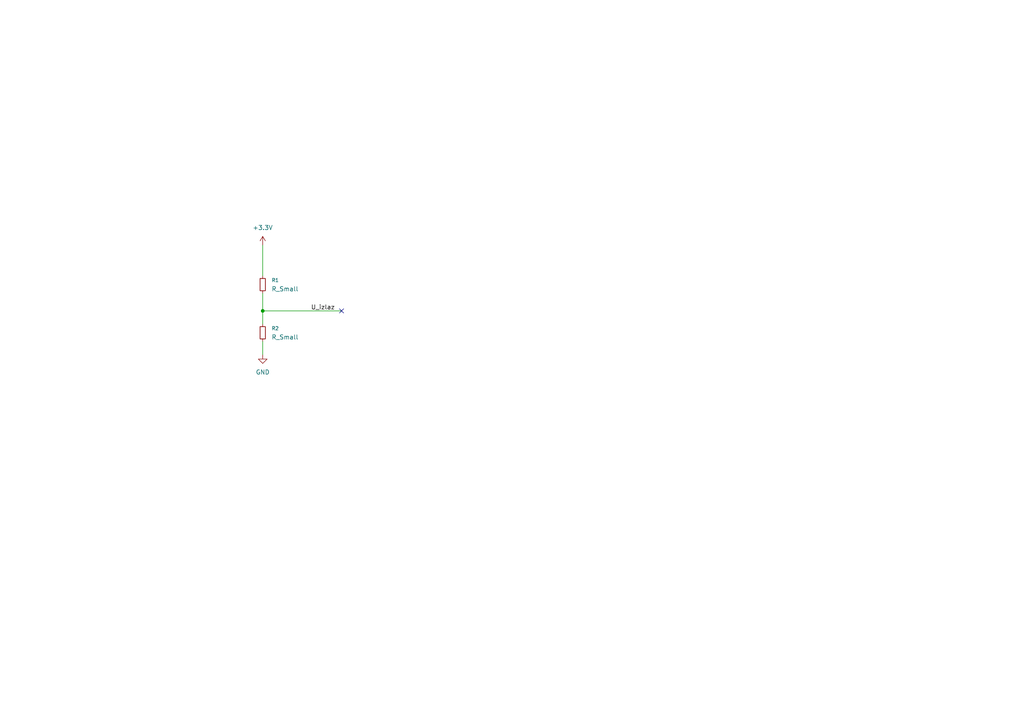
<source format=kicad_sch>
(kicad_sch (version 20250114) (generator "eeschema") (generator_version "9.0")
  (paper "A4")
  (title_block (title "BDC brojač") (date "2025-10-21") (rev "0") (company "TVZ- Tehničko veleučilište u Zagrebu") (comment 1 "izradio: Luka Nikpalj"))
  (lib_symbols
    (symbol "Device:R_Small" (pin_numbers (hide yes)) (pin_names (offset 0.254) (hide yes))
      (property "Reference" "R" (at 0 0 90))
      (property "Value" "R_Small" (at 1.778 0 90))
      (symbol "R_Small_0_1"
        (rectangle (start -0.762 1.778) (end 0.762 -1.778) (stroke (width 0.2032)))
      )
      (symbol "R_Small_1_1"
        (pin passive line (at 0 2.54 270) (length 0.762) (name "~") (number "1"))
        (pin passive line (at 0 -2.54 90) (length 0.762) (name "~") (number "2"))
      )
    )
    (symbol "power:+3.3V" (power) (pin_numbers (hide yes)) (pin_names (offset 0) (hide yes))
      (property "Value" "+3.3V" (at 0 3.556 0))
      (symbol "+3.3V_0_1"
        (polyline (pts (xy -0.762 1.27) (xy 0 2.54)))
        (polyline (pts (xy 0 2.54) (xy 0.762 1.27)))
        (polyline (pts (xy 0 0) (xy 0 2.54)))
      )
      (symbol "+3.3V_1_1"
        (pin power_in line (at 0 0 90) (length 0) (name "~") (number "1"))
      )
    )
    (symbol "power:GND" (power) (pin_numbers (hide yes)) (pin_names (offset 0) (hide yes))
      (property "Value" "GND" (at 0 -3.81 0))
      (symbol "GND_0_1"
        (polyline (pts (xy 0 0) (xy 0 -1.27) (xy 1.27 -1.27) (xy 0 -2.54) (xy -1.27 -1.27) (xy 0 -1.27)))
      )
      (symbol "GND_1_1"
        (pin power_in line (at 0 0 270) (length 0) (name "~") (number "1"))
      )
    )
  )
  (junction (at 76.2 90.17))
  (no_connect (at 99.06 90.17))
  (wire (pts (xy 76.2 90.17) (xy 76.2 93.98)))
  (wire (pts (xy 76.2 85.09) (xy 76.2 90.17)))
  (wire (pts (xy 76.2 99.06) (xy 76.2 102.87)))
  (wire (pts (xy 76.2 71.12) (xy 76.2 80.01)))
  (wire (pts (xy 76.2 90.17) (xy 99.06 90.17)))
  (label "U_izlaz" (at 90.17 90.17 0))
  (symbol (lib_id "Device:R_Small") (at 76.2 82.55 0) (unit 1)
    (property "Reference" "R1" (at 78.74 81.2799 0) (effects (font (size 1.016 1.016)) (justify left)))
    (property "Value" "R_Small" (at 78.74 83.8199 0) (effects (justify left)))
    (property "Description" "Resistor, small symbol" (effects (hide yes)))
  )
  (symbol (lib_id "Device:R_Small") (at 76.2 96.52 180) (unit 1)
    (property "Reference" "R2" (at 78.74 95.2499 0) (effects (font (size 1.016 1.016)) (justify right)))
    (property "Value" "R_Small" (at 78.74 97.7899 0) (effects (justify right)))
    (property "Description" "Resistor, small symbol" (effects (hide yes)))
  )
  (symbol (lib_id "power:GND") (at 76.2 102.87 0) (unit 1)
    (property "Reference" "#PWR02" (effects (hide yes)))
    (property "Value" "GND" (at 76.2 107.95 0))
    (property "Description" "Power symbol creates a global label with name \"GND\" , ground" (effects (hide yes)))
  )
  (symbol (lib_id "power:+3.3V") (at 76.2 71.12 0) (unit 1)
    (property "Reference" "#PWR01" (effects (hide yes)))
    (property "Value" "+3.3V" (at 76.2 66.04 0))
    (property "Description" "Power symbol creates a global label with name \"+3.3V\"" (effects (hide yes)))
  )
)
</source>
